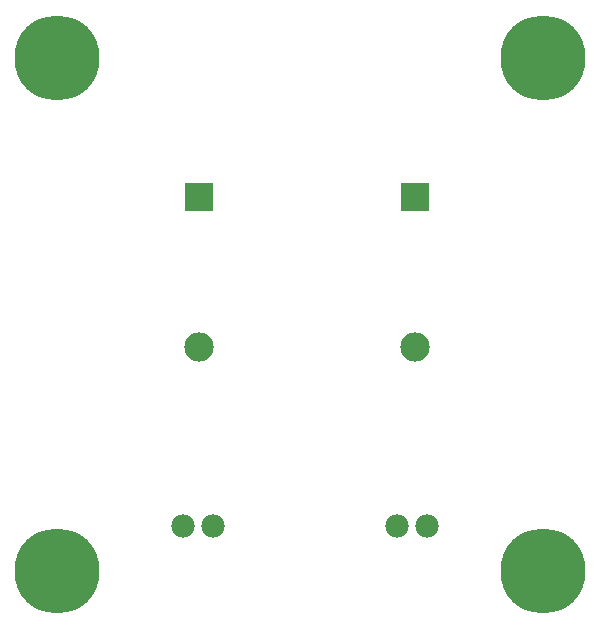
<source format=gbs>
G04*
G04 #@! TF.GenerationSoftware,Altium Limited,Altium Designer,21.5.1 (32)*
G04*
G04 Layer_Color=16711935*
%FSLAX25Y25*%
%MOIN*%
G70*
G04*
G04 #@! TF.SameCoordinates,7B92BF34-365D-4222-AD46-ED6CFA3767D4*
G04*
G04*
G04 #@! TF.FilePolarity,Negative*
G04*
G01*
G75*
%ADD13C,0.28359*%
%ADD14C,0.07800*%
%ADD15R,0.09800X0.09800*%
%ADD16C,0.09800*%
D13*
X521000Y287500D02*
D03*
X683000D02*
D03*
Y116500D02*
D03*
X521000D02*
D03*
D14*
X644500Y131500D02*
D03*
X634500D02*
D03*
X573000D02*
D03*
X563000D02*
D03*
D15*
X640500Y241000D02*
D03*
X568500D02*
D03*
D16*
X640500Y191000D02*
D03*
X568500D02*
D03*
M02*

</source>
